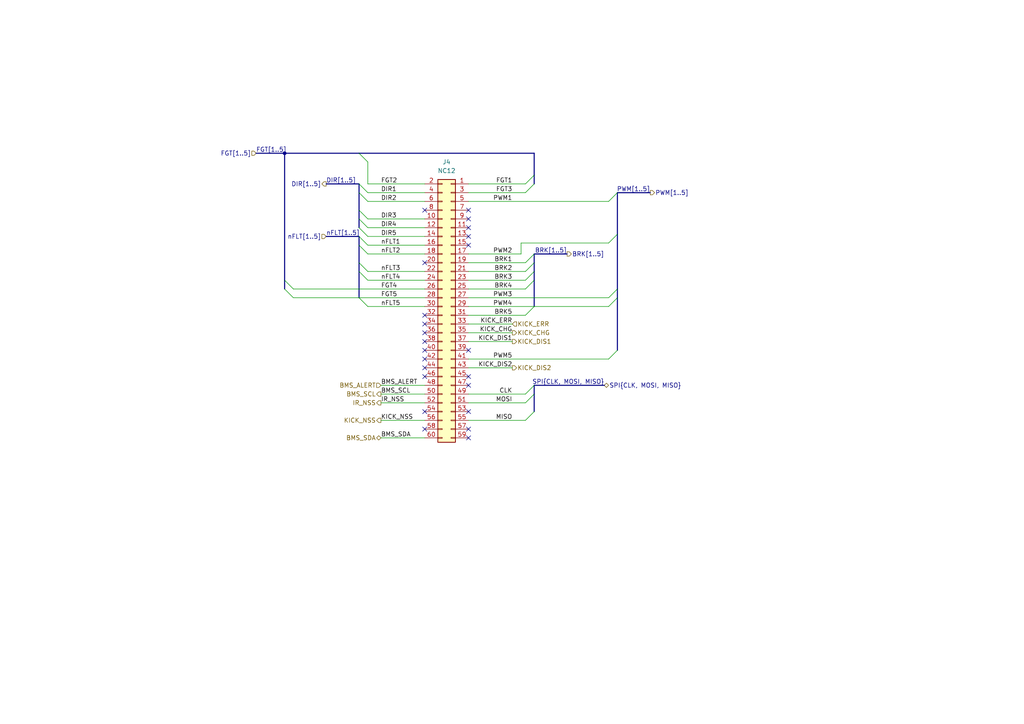
<source format=kicad_sch>
(kicad_sch (version 20230121) (generator eeschema)
  (paper "A4")
  (title_block (title "Connectors") (date "2024-01-18") (rev "v0.1"))
  (lib_symbols
    (symbol "Connector_Generic:Conn_02x30_Odd_Even" (pin_names (offset 1.016) hide)
      (property "Reference" "J" (at 1.27 38.1 0))
      (property "Value" "Conn_02x30_Odd_Even" (at 1.27 -40.64 0))
      (symbol "Conn_02x30_Odd_Even_1_1"
        (rectangle (start -1.27 -37.973) (end 0 -38.227) (stroke (width 0.1524)))
        (rectangle (start -1.27 -35.433) (end 0 -35.687) (stroke (width 0.1524)))
        (rectangle (start -1.27 -32.893) (end 0 -33.147) (stroke (width 0.1524)))
        (rectangle (start -1.27 -30.353) (end 0 -30.607) (stroke (width 0.1524)))
        (rectangle (start -1.27 -27.813) (end 0 -28.067) (stroke (width 0.1524)))
        (rectangle (start -1.27 -25.273) (end 0 -25.527) (stroke (width 0.1524)))
        (rectangle (start -1.27 -22.733) (end 0 -22.987) (stroke (width 0.1524)))
        (rectangle (start -1.27 -20.193) (end 0 -20.447) (stroke (width 0.1524)))
        (rectangle (start -1.27 -17.653) (end 0 -17.907) (stroke (width 0.1524)))
        (rectangle (start -1.27 -15.113) (end 0 -15.367) (stroke (width 0.1524)))
        (rectangle (start -1.27 -12.573) (end 0 -12.827) (stroke (width 0.1524)))
        (rectangle (start -1.27 -10.033) (end 0 -10.287) (stroke (width 0.1524)))
        (rectangle (start -1.27 -7.493) (end 0 -7.747) (stroke (width 0.1524)))
        (rectangle (start -1.27 -4.953) (end 0 -5.207) (stroke (width 0.1524)))
        (rectangle (start -1.27 -2.413) (end 0 -2.667) (stroke (width 0.1524)))
        (rectangle (start -1.27 0.127) (end 0 -0.127) (stroke (width 0.1524)))
        (rectangle (start -1.27 2.667) (end 0 2.413) (stroke (width 0.1524)))
        (rectangle (start -1.27 5.207) (end 0 4.953) (stroke (width 0.1524)))
        (rectangle (start -1.27 7.747) (end 0 7.493) (stroke (width 0.1524)))
        (rectangle (start -1.27 10.287) (end 0 10.033) (stroke (width 0.1524)))
        (rectangle (start -1.27 12.827) (end 0 12.573) (stroke (width 0.1524)))
        (rectangle (start -1.27 15.367) (end 0 15.113) (stroke (width 0.1524)))
        (rectangle (start -1.27 17.907) (end 0 17.653) (stroke (width 0.1524)))
        (rectangle (start -1.27 20.447) (end 0 20.193) (stroke (width 0.1524)))
        (rectangle (start -1.27 22.987) (end 0 22.733) (stroke (width 0.1524)))
        (rectangle (start -1.27 25.527) (end 0 25.273) (stroke (width 0.1524)))
        (rectangle (start -1.27 28.067) (end 0 27.813) (stroke (width 0.1524)))
        (rectangle (start -1.27 30.607) (end 0 30.353) (stroke (width 0.1524)))
        (rectangle (start -1.27 33.147) (end 0 32.893) (stroke (width 0.1524)))
        (rectangle (start -1.27 35.687) (end 0 35.433) (stroke (width 0.1524)))
        (rectangle (start -1.27 36.83) (end 3.81 -39.37) (stroke (width 0.254)) (fill (type background)))
        (rectangle (start 3.81 -37.973) (end 2.54 -38.227) (stroke (width 0.1524)))
        (rectangle (start 3.81 -35.433) (end 2.54 -35.687) (stroke (width 0.1524)))
        (rectangle (start 3.81 -32.893) (end 2.54 -33.147) (stroke (width 0.1524)))
        (rectangle (start 3.81 -30.353) (end 2.54 -30.607) (stroke (width 0.1524)))
        (rectangle (start 3.81 -27.813) (end 2.54 -28.067) (stroke (width 0.1524)))
        (rectangle (start 3.81 -25.273) (end 2.54 -25.527) (stroke (width 0.1524)))
        (rectangle (start 3.81 -22.733) (end 2.54 -22.987) (stroke (width 0.1524)))
        (rectangle (start 3.81 -20.193) (end 2.54 -20.447) (stroke (width 0.1524)))
        (rectangle (start 3.81 -17.653) (end 2.54 -17.907) (stroke (width 0.1524)))
        (rectangle (start 3.81 -15.113) (end 2.54 -15.367) (stroke (width 0.1524)))
        (rectangle (start 3.81 -12.573) (end 2.54 -12.827) (stroke (width 0.1524)))
        (rectangle (start 3.81 -10.033) (end 2.54 -10.287) (stroke (width 0.1524)))
        (rectangle (start 3.81 -7.493) (end 2.54 -7.747) (stroke (width 0.1524)))
        (rectangle (start 3.81 -4.953) (end 2.54 -5.207) (stroke (width 0.1524)))
        (rectangle (start 3.81 -2.413) (end 2.54 -2.667) (stroke (width 0.1524)))
        (rectangle (start 3.81 0.127) (end 2.54 -0.127) (stroke (width 0.1524)))
        (rectangle (start 3.81 2.667) (end 2.54 2.413) (stroke (width 0.1524)))
        (rectangle (start 3.81 5.207) (end 2.54 4.953) (stroke (width 0.1524)))
        (rectangle (start 3.81 7.747) (end 2.54 7.493) (stroke (width 0.1524)))
        (rectangle (start 3.81 10.287) (end 2.54 10.033) (stroke (width 0.1524)))
        (rectangle (start 3.81 12.827) (end 2.54 12.573) (stroke (width 0.1524)))
        (rectangle (start 3.81 15.367) (end 2.54 15.113) (stroke (width 0.1524)))
        (rectangle (start 3.81 17.907) (end 2.54 17.653) (stroke (width 0.1524)))
        (rectangle (start 3.81 20.447) (end 2.54 20.193) (stroke (width 0.1524)))
        (rectangle (start 3.81 22.987) (end 2.54 22.733) (stroke (width 0.1524)))
        (rectangle (start 3.81 25.527) (end 2.54 25.273) (stroke (width 0.1524)))
        (rectangle (start 3.81 28.067) (end 2.54 27.813) (stroke (width 0.1524)))
        (rectangle (start 3.81 30.607) (end 2.54 30.353) (stroke (width 0.1524)))
        (rectangle (start 3.81 33.147) (end 2.54 32.893) (stroke (width 0.1524)))
        (rectangle (start 3.81 35.687) (end 2.54 35.433) (stroke (width 0.1524)))
        (pin passive line (at -5.08 35.56 0) (length 3.81) (name "Pin_1") (number "1"))
        (pin passive line (at 7.62 25.4 180) (length 3.81) (name "Pin_10") (number "10"))
        (pin passive line (at -5.08 22.86 0) (length 3.81) (name "Pin_11") (number "11"))
        (pin passive line (at 7.62 22.86 180) (length 3.81) (name "Pin_12") (number "12"))
        (pin passive line (at -5.08 20.32 0) (length 3.81) (name "Pin_13") (number "13"))
        (pin passive line (at 7.62 20.32 180) (length 3.81) (name "Pin_14") (number "14"))
        (pin passive line (at -5.08 17.78 0) (length 3.81) (name "Pin_15") (number "15"))
        (pin passive line (at 7.62 17.78 180) (length 3.81) (name "Pin_16") (number "16"))
        (pin passive line (at -5.08 15.24 0) (length 3.81) (name "Pin_17") (number "17"))
        (pin passive line (at 7.62 15.24 180) (length 3.81) (name "Pin_18") (number "18"))
        (pin passive line (at -5.08 12.7 0) (length 3.81) (name "Pin_19") (number "19"))
        (pin passive line (at 7.62 35.56 180) (length 3.81) (name "Pin_2") (number "2"))
        (pin passive line (at 7.62 12.7 180) (length 3.81) (name "Pin_20") (number "20"))
        (pin passive line (at -5.08 10.16 0) (length 3.81) (name "Pin_21") (number "21"))
        (pin passive line (at 7.62 10.16 180) (length 3.81) (name "Pin_22") (number "22"))
        (pin passive line (at -5.08 7.62 0) (length 3.81) (name "Pin_23") (number "23"))
        (pin passive line (at 7.62 7.62 180) (length 3.81) (name "Pin_24") (number "24"))
        (pin passive line (at -5.08 5.08 0) (length 3.81) (name "Pin_25") (number "25"))
        (pin passive line (at 7.62 5.08 180) (length 3.81) (name "Pin_26") (number "26"))
        (pin passive line (at -5.08 2.54 0) (length 3.81) (name "Pin_27") (number "27"))
        (pin passive line (at 7.62 2.54 180) (length 3.81) (name "Pin_28") (number "28"))
        (pin passive line (at -5.08 0 0) (length 3.81) (name "Pin_29") (number "29"))
        (pin passive line (at -5.08 33.02 0) (length 3.81) (name "Pin_3") (number "3"))
        (pin passive line (at 7.62 0 180) (length 3.81) (name "Pin_30") (number "30"))
        (pin passive line (at -5.08 -2.54 0) (length 3.81) (name "Pin_31") (number "31"))
        (pin passive line (at 7.62 -2.54 180) (length 3.81) (name "Pin_32") (number "32"))
        (pin passive line (at -5.08 -5.08 0) (length 3.81) (name "Pin_33") (number "33"))
        (pin passive line (at 7.62 -5.08 180) (length 3.81) (name "Pin_34") (number "34"))
        (pin passive line (at -5.08 -7.62 0) (length 3.81) (name "Pin_35") (number "35"))
        (pin passive line (at 7.62 -7.62 180) (length 3.81) (name "Pin_36") (number "36"))
        (pin passive line (at -5.08 -10.16 0) (length 3.81) (name "Pin_37") (number "37"))
        (pin passive line (at 7.62 -10.16 180) (length 3.81) (name "Pin_38") (number "38"))
        (pin passive line (at -5.08 -12.7 0) (length 3.81) (name "Pin_39") (number "39"))
        (pin passive line (at 7.62 33.02 180) (length 3.81) (name "Pin_4") (number "4"))
        (pin passive line (at 7.62 -12.7 180) (length 3.81) (name "Pin_40") (number "40"))
        (pin passive line (at -5.08 -15.24 0) (length 3.81) (name "Pin_41") (number "41"))
        (pin passive line (at 7.62 -15.24 180) (length 3.81) (name "Pin_42") (number "42"))
        (pin passive line (at -5.08 -17.78 0) (length 3.81) (name "Pin_43") (number "43"))
        (pin passive line (at 7.62 -17.78 180) (length 3.81) (name "Pin_44") (number "44"))
        (pin passive line (at -5.08 -20.32 0) (length 3.81) (name "Pin_45") (number "45"))
        (pin passive line (at 7.62 -20.32 180) (length 3.81) (name "Pin_46") (number "46"))
        (pin passive line (at -5.08 -22.86 0) (length 3.81) (name "Pin_47") (number "47"))
        (pin passive line (at 7.62 -22.86 180) (length 3.81) (name "Pin_48") (number "48"))
        (pin passive line (at -5.08 -25.4 0) (length 3.81) (name "Pin_49") (number "49"))
        (pin passive line (at -5.08 30.48 0) (length 3.81) (name "Pin_5") (number "5"))
        (pin passive line (at 7.62 -25.4 180) (length 3.81) (name "Pin_50") (number "50"))
        (pin passive line (at -5.08 -27.94 0) (length 3.81) (name "Pin_51") (number "51"))
        (pin passive line (at 7.62 -27.94 180) (length 3.81) (name "Pin_52") (number "52"))
        (pin passive line (at -5.08 -30.48 0) (length 3.81) (name "Pin_53") (number "53"))
        (pin passive line (at 7.62 -30.48 180) (length 3.81) (name "Pin_54") (number "54"))
        (pin passive line (at -5.08 -33.02 0) (length 3.81) (name "Pin_55") (number "55"))
        (pin passive line (at 7.62 -33.02 180) (length 3.81) (name "Pin_56") (number "56"))
        (pin passive line (at -5.08 -35.56 0) (length 3.81) (name "Pin_57") (number "57"))
        (pin passive line (at 7.62 -35.56 180) (length 3.81) (name "Pin_58") (number "58"))
        (pin passive line (at -5.08 -38.1 0) (length 3.81) (name "Pin_59") (number "59"))
        (pin passive line (at 7.62 30.48 180) (length 3.81) (name "Pin_6") (number "6"))
        (pin passive line (at 7.62 -38.1 180) (length 3.81) (name "Pin_60") (number "60"))
        (pin passive line (at -5.08 27.94 0) (length 3.81) (name "Pin_7") (number "7"))
        (pin passive line (at 7.62 27.94 180) (length 3.81) (name "Pin_8") (number "8"))
        (pin passive line (at -5.08 25.4 0) (length 3.81) (name "Pin_9") (number "9"))
      )
    )
  )
  (junction (at 82.55 44.45))
  (no_connect (at 135.89 127))
  (no_connect (at 135.89 111.76))
  (no_connect (at 135.89 68.58))
  (no_connect (at 123.19 93.98))
  (no_connect (at 123.19 91.44))
  (no_connect (at 123.19 119.38))
  (no_connect (at 135.89 71.12))
  (no_connect (at 135.89 63.5))
  (no_connect (at 123.19 104.14))
  (no_connect (at 135.89 66.04))
  (no_connect (at 123.19 101.6))
  (no_connect (at 123.19 106.68))
  (no_connect (at 135.89 124.46))
  (no_connect (at 123.19 96.52))
  (no_connect (at 135.89 60.96))
  (no_connect (at 123.19 76.2))
  (no_connect (at 135.89 119.38))
  (no_connect (at 123.19 124.46))
  (no_connect (at 123.19 60.96))
  (no_connect (at 135.89 101.6))
  (no_connect (at 123.19 99.06))
  (no_connect (at 135.89 109.22))
  (no_connect (at 123.19 109.22))
  (bus_entry (at 179.07 101.6) (size -2.54 2.54))
  (bus_entry (at 179.07 55.88) (size -2.54 2.54))
  (bus_entry (at 104.14 55.88) (size 2.54 2.54))
  (bus_entry (at 104.14 76.2) (size 2.54 2.54))
  (bus_entry (at 104.14 53.34) (size 2.54 2.54))
  (bus_entry (at 106.68 88.9) (size -2.54 -2.54))
  (bus_entry (at 154.94 50.8) (size -2.54 2.54))
  (bus_entry (at 104.14 60.96) (size 2.54 2.54))
  (bus_entry (at 104.14 68.58) (size 2.54 2.54))
  (bus_entry (at 82.55 83.82) (size 2.54 2.54))
  (bus_entry (at 154.94 78.74) (size -2.54 2.54))
  (bus_entry (at 104.14 63.5) (size 2.54 2.54))
  (bus_entry (at 104.14 66.04) (size 2.54 2.54))
  (bus_entry (at 154.94 88.9) (size -2.54 2.54))
  (bus_entry (at 154.94 111.76) (size -2.54 2.54))
  (bus_entry (at 154.94 119.38) (size -2.54 2.54))
  (bus_entry (at 154.94 53.34) (size -2.54 2.54))
  (bus_entry (at 104.14 71.12) (size 2.54 2.54))
  (bus_entry (at 179.07 86.36) (size -2.54 2.54))
  (bus_entry (at 154.94 76.2) (size -2.54 2.54))
  (bus_entry (at 179.07 67.945) (size -2.54 2.54))
  (bus_entry (at 154.94 73.66) (size -2.54 2.54))
  (bus_entry (at 179.07 83.82) (size -2.54 2.54))
  (bus_entry (at 82.55 81.28) (size 2.54 2.54))
  (bus_entry (at 104.14 78.74) (size 2.54 2.54))
  (bus_entry (at 154.94 114.3) (size -2.54 2.54))
  (bus_entry (at 104.14 44.45) (size 2.54 2.54))
  (bus_entry (at 154.94 81.28) (size -2.54 2.54))
  (bus (pts (xy 82.55 44.45) (xy 104.14 44.45)))
  (bus (pts (xy 104.14 78.74) (xy 104.14 86.36)))
  (bus (pts (xy 82.55 81.28) (xy 82.55 83.82)))
  (bus (pts (xy 154.94 50.8) (xy 154.94 44.45)))
  (bus (pts (xy 154.94 111.76) (xy 175.26 111.76)))
  (wire (pts (xy 151.13 70.485) (xy 176.53 70.485)))
  (wire (pts (xy 106.68 73.66) (xy 123.19 73.66)))
  (wire (pts (xy 106.68 63.5) (xy 123.19 63.5)))
  (wire (pts (xy 135.89 116.84) (xy 152.4 116.84)))
  (wire (pts (xy 135.89 58.42) (xy 176.53 58.42)))
  (wire (pts (xy 135.89 81.28) (xy 152.4 81.28)))
  (wire (pts (xy 135.89 104.14) (xy 176.53 104.14)))
  (bus (pts (xy 179.07 67.945) (xy 179.07 83.82)))
  (wire (pts (xy 106.68 88.9) (xy 123.19 88.9)))
  (wire (pts (xy 135.89 99.06) (xy 148.59 99.06)))
  (bus (pts (xy 104.14 55.88) (xy 104.14 60.96)))
  (wire (pts (xy 135.89 93.98) (xy 148.59 93.98)))
  (bus (pts (xy 179.07 86.36) (xy 179.07 101.6)))
  (wire (pts (xy 154.94 88.9) (xy 176.53 88.9)))
  (wire (pts (xy 135.89 78.74) (xy 152.4 78.74)))
  (wire (pts (xy 106.68 66.04) (xy 123.19 66.04)))
  (wire (pts (xy 135.89 96.52) (xy 148.59 96.52)))
  (wire (pts (xy 106.68 53.34) (xy 123.19 53.34)))
  (bus (pts (xy 179.07 83.82) (xy 179.07 86.36)))
  (wire (pts (xy 135.89 83.82) (xy 152.4 83.82)))
  (bus (pts (xy 94.615 53.34) (xy 104.14 53.34)))
  (wire (pts (xy 135.89 106.68) (xy 148.59 106.68)))
  (wire (pts (xy 110.49 127) (xy 123.19 127)))
  (wire (pts (xy 110.49 121.92) (xy 123.19 121.92)))
  (wire (pts (xy 106.68 68.58) (xy 123.19 68.58)))
  (wire (pts (xy 106.68 78.74) (xy 123.19 78.74)))
  (wire (pts (xy 135.89 55.88) (xy 152.4 55.88)))
  (bus (pts (xy 74.295 44.45) (xy 82.55 44.45)))
  (wire (pts (xy 135.89 91.44) (xy 152.4 91.44)))
  (bus (pts (xy 104.14 60.96) (xy 104.14 63.5)))
  (wire (pts (xy 106.68 81.28) (xy 123.19 81.28)))
  (wire (pts (xy 106.68 58.42) (xy 123.19 58.42)))
  (bus (pts (xy 104.14 71.12) (xy 104.14 76.2)))
  (wire (pts (xy 85.09 83.82) (xy 123.19 83.82)))
  (bus (pts (xy 154.94 119.38) (xy 154.94 114.3)))
  (wire (pts (xy 110.49 111.76) (xy 123.19 111.76)))
  (bus (pts (xy 154.94 76.2) (xy 154.94 78.74)))
  (wire (pts (xy 110.49 114.3) (xy 123.19 114.3)))
  (bus (pts (xy 104.14 63.5) (xy 104.14 66.04)))
  (wire (pts (xy 135.89 53.34) (xy 152.4 53.34)))
  (bus (pts (xy 154.94 114.3) (xy 154.94 111.76)))
  (bus (pts (xy 104.14 44.45) (xy 154.94 44.45)))
  (wire (pts (xy 135.89 121.92) (xy 152.4 121.92)))
  (wire (pts (xy 110.49 116.84) (xy 123.19 116.84)))
  (bus (pts (xy 82.55 44.45) (xy 82.55 81.28)))
  (bus (pts (xy 154.94 53.34) (xy 154.94 50.8)))
  (wire (pts (xy 135.89 73.66) (xy 151.13 73.66)))
  (bus (pts (xy 104.14 76.2) (xy 104.14 78.74)))
  (wire (pts (xy 104.14 86.36) (xy 123.19 86.36)))
  (bus (pts (xy 179.07 55.88) (xy 179.07 67.945)))
  (bus (pts (xy 179.07 55.88) (xy 188.595 55.88)))
  (bus (pts (xy 104.14 53.34) (xy 104.14 55.88)))
  (bus (pts (xy 154.94 78.74) (xy 154.94 81.28)))
  (wire (pts (xy 135.89 114.3) (xy 152.4 114.3)))
  (wire (pts (xy 135.89 88.9) (xy 154.94 88.9)))
  (bus (pts (xy 154.94 73.66) (xy 164.465 73.66)))
  (wire (pts (xy 106.68 71.12) (xy 123.19 71.12)))
  (wire (pts (xy 135.89 86.36) (xy 176.53 86.36)))
  (wire (pts (xy 106.68 46.99) (xy 106.68 53.34)))
  (wire (pts (xy 151.13 73.66) (xy 151.13 70.485)))
  (bus (pts (xy 94.615 68.58) (xy 104.14 68.58)))
  (bus (pts (xy 154.94 73.66) (xy 154.94 76.2)))
  (wire (pts (xy 106.68 55.88) (xy 123.19 55.88)))
  (wire (pts (xy 85.09 86.36) (xy 104.14 86.36)))
  (bus (pts (xy 104.14 68.58) (xy 104.14 71.12)))
  (bus (pts (xy 154.94 81.28) (xy 154.94 88.9)))
  (wire (pts (xy 135.89 76.2) (xy 152.4 76.2)))
  (label "DIR[1..5]" (at 94.615 53.34 0))
  (label "DIR3" (at 110.49 63.5 0))
  (label "MOSI" (at 148.59 116.84 180))
  (label "PWM3" (at 148.59 86.36 180))
  (label "DIR4" (at 110.49 66.04 0))
  (label "FGT2" (at 110.49 53.34 0))
  (label "CLK" (at 148.59 114.3 180))
  (label "FGT5" (at 110.49 86.36 0))
  (label "PWM2" (at 148.59 73.66 180))
  (label "KICK_CHG" (at 148.59 96.52 180))
  (label "KICK_DIS1" (at 148.59 99.06 180))
  (label "PWM[1..5]" (at 188.595 55.88 180))
  (label "IR_NSS" (at 110.49 116.84 0))
  (label "nFLT5" (at 110.49 88.9 0))
  (label "KICK_DIS2" (at 148.59 106.68 180))
  (label "FGT4" (at 110.49 83.82 0))
  (label "FGT3" (at 148.59 55.88 180))
  (label "nFLT[1..5]" (at 94.615 68.58 0))
  (label "MISO" (at 148.59 121.92 180))
  (label "PWM4" (at 148.59 88.9 180))
  (label "BRK4" (at 148.59 83.82 180))
  (label "KICK_ERR" (at 148.59 93.98 180))
  (label "KICK_NSS" (at 110.49 121.92 0))
  (label "BRK2" (at 148.59 78.74 180))
  (label "DIR2" (at 110.49 58.42 0))
  (label "DIR5" (at 110.49 68.58 0))
  (label "nFLT2" (at 110.49 73.66 0))
  (label "PWM1" (at 148.59 58.42 180))
  (label "BMS_SDA" (at 110.49 127 0))
  (label "BRK3" (at 148.59 81.28 180))
  (label "nFLT4" (at 110.49 81.28 0))
  (label "DIR1" (at 110.49 55.88 0))
  (label "BRK5" (at 148.59 91.44 180))
  (label "PWM5" (at 148.59 104.14 180))
  (label "FGT1" (at 148.59 53.34 180))
  (label "BRK[1..5]" (at 164.465 73.66 180))
  (label "BRK1" (at 148.59 76.2 180))
  (label "SPI{CLK, MOSI, MISO}" (at 175.26 111.76 180))
  (label "FGT[1..5]" (at 74.295 44.45 0))
  (label "nFLT3" (at 110.49 78.74 0))
  (label "BMS_ALERT" (at 110.49 111.76 0))
  (label "nFLT1" (at 110.49 71.12 0))
  (label "BMS_SCL" (at 110.49 114.3 0))
  (hierarchical_label "SPI{CLK, MOSI, MISO}" (shape bidirectional) (at 175.26 111.76 0))
  (hierarchical_label "nFLT[1..5]" (shape input) (at 94.615 68.58 180))
  (hierarchical_label "DIR[1..5]" (shape output) (at 94.615 53.34 180))
  (hierarchical_label "IR_NSS" (shape output) (at 110.49 116.84 180))
  (hierarchical_label "KICK_ERR" (shape input) (at 148.59 93.98 0))
  (hierarchical_label "BRK[1..5]" (shape output) (at 164.465 73.66 0))
  (hierarchical_label "KICK_DIS1" (shape output) (at 148.59 99.06 0))
  (hierarchical_label "PWM[1..5]" (shape output) (at 188.595 55.88 0))
  (hierarchical_label "KICK_NSS" (shape output) (at 110.49 121.92 180))
  (hierarchical_label "KICK_DIS2" (shape output) (at 148.59 106.68 0))
  (hierarchical_label "FGT[1..5]" (shape input) (at 74.295 44.45 180))
  (hierarchical_label "BMS_SCL" (shape output) (at 110.49 114.3 180))
  (hierarchical_label "BMS_SDA" (shape bidirectional) (at 110.49 127 180))
  (hierarchical_label "BMS_ALERT" (shape input) (at 110.49 111.76 180))
  (hierarchical_label "KICK_CHG" (shape output) (at 148.59 96.52 0))
  (symbol (lib_id "Connector_Generic:Conn_02x30_Odd_Even") (at 130.81 88.9 0) (mirror y) (unit 1)
    (property "Reference" "J4" (at 129.54 46.99 0))
    (property "Value" "NC12" (at 129.54 49.53 0))
  )
)
</source>
